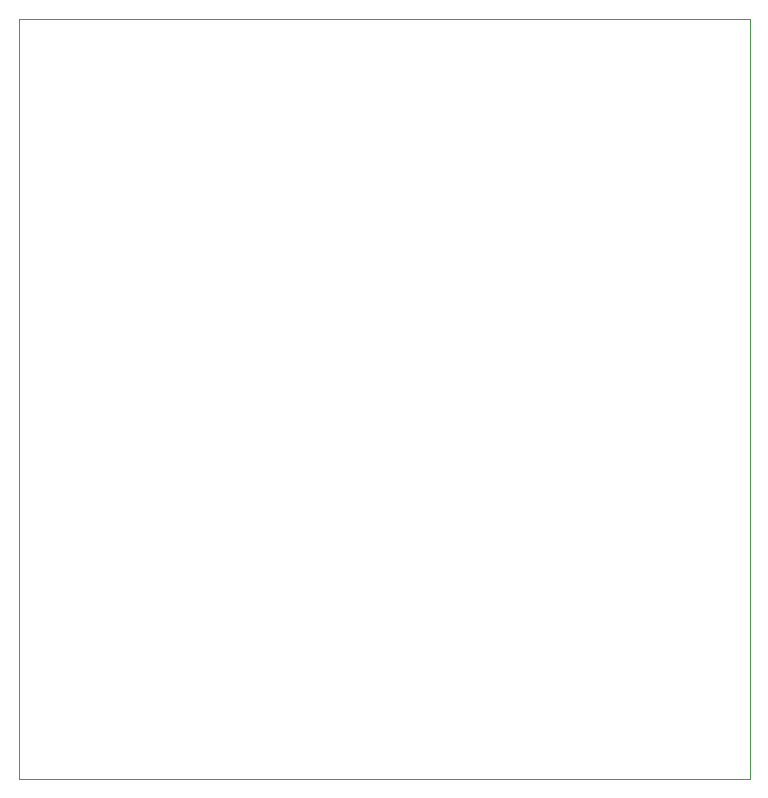
<source format=gbr>
%TF.GenerationSoftware,KiCad,Pcbnew,9.0.6*%
%TF.CreationDate,2025-12-24T13:36:20+01:00*%
%TF.ProjectId,Macropad,4d616372-6f70-4616-942e-6b696361645f,rev?*%
%TF.SameCoordinates,Original*%
%TF.FileFunction,Profile,NP*%
%FSLAX46Y46*%
G04 Gerber Fmt 4.6, Leading zero omitted, Abs format (unit mm)*
G04 Created by KiCad (PCBNEW 9.0.6) date 2025-12-24 13:36:20*
%MOMM*%
%LPD*%
G01*
G04 APERTURE LIST*
%TA.AperFunction,Profile*%
%ADD10C,0.050000*%
%TD*%
G04 APERTURE END LIST*
D10*
X145256250Y-55872500D02*
X207168750Y-55872500D01*
X207168750Y-120166250D01*
X145256250Y-120166250D01*
X145256250Y-55872500D01*
M02*

</source>
